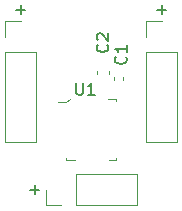
<source format=gbr>
%TF.GenerationSoftware,KiCad,Pcbnew,7.0.8*%
%TF.CreationDate,2024-09-29T17:39:07-05:00*%
%TF.ProjectId,CapacitiveLedFadeTiny,43617061-6369-4746-9976-654c65644661,rev?*%
%TF.SameCoordinates,Original*%
%TF.FileFunction,Legend,Top*%
%TF.FilePolarity,Positive*%
%FSLAX46Y46*%
G04 Gerber Fmt 4.6, Leading zero omitted, Abs format (unit mm)*
G04 Created by KiCad (PCBNEW 7.0.8) date 2024-09-29 17:39:07*
%MOMM*%
%LPD*%
G01*
G04 APERTURE LIST*
%ADD10C,0.150000*%
%ADD11C,0.100000*%
%ADD12C,0.120000*%
G04 APERTURE END LIST*
D10*
X128016095Y-95114819D02*
X128016095Y-95924342D01*
X128016095Y-95924342D02*
X128063714Y-96019580D01*
X128063714Y-96019580D02*
X128111333Y-96067200D01*
X128111333Y-96067200D02*
X128206571Y-96114819D01*
X128206571Y-96114819D02*
X128397047Y-96114819D01*
X128397047Y-96114819D02*
X128492285Y-96067200D01*
X128492285Y-96067200D02*
X128539904Y-96019580D01*
X128539904Y-96019580D02*
X128587523Y-95924342D01*
X128587523Y-95924342D02*
X128587523Y-95114819D01*
X129587523Y-96114819D02*
X129016095Y-96114819D01*
X129301809Y-96114819D02*
X129301809Y-95114819D01*
X129301809Y-95114819D02*
X129206571Y-95257676D01*
X129206571Y-95257676D02*
X129111333Y-95352914D01*
X129111333Y-95352914D02*
X129016095Y-95400533D01*
X124489866Y-104520951D02*
X124489866Y-103759047D01*
X124870819Y-104139999D02*
X124108914Y-104139999D01*
X134874048Y-88929866D02*
X135635953Y-88929866D01*
X135255000Y-89310819D02*
X135255000Y-88548914D01*
X122936048Y-88929866D02*
X123697953Y-88929866D01*
X123317000Y-89310819D02*
X123317000Y-88548914D01*
X130636580Y-91860666D02*
X130684200Y-91908285D01*
X130684200Y-91908285D02*
X130731819Y-92051142D01*
X130731819Y-92051142D02*
X130731819Y-92146380D01*
X130731819Y-92146380D02*
X130684200Y-92289237D01*
X130684200Y-92289237D02*
X130588961Y-92384475D01*
X130588961Y-92384475D02*
X130493723Y-92432094D01*
X130493723Y-92432094D02*
X130303247Y-92479713D01*
X130303247Y-92479713D02*
X130160390Y-92479713D01*
X130160390Y-92479713D02*
X129969914Y-92432094D01*
X129969914Y-92432094D02*
X129874676Y-92384475D01*
X129874676Y-92384475D02*
X129779438Y-92289237D01*
X129779438Y-92289237D02*
X129731819Y-92146380D01*
X129731819Y-92146380D02*
X129731819Y-92051142D01*
X129731819Y-92051142D02*
X129779438Y-91908285D01*
X129779438Y-91908285D02*
X129827057Y-91860666D01*
X129827057Y-91479713D02*
X129779438Y-91432094D01*
X129779438Y-91432094D02*
X129731819Y-91336856D01*
X129731819Y-91336856D02*
X129731819Y-91098761D01*
X129731819Y-91098761D02*
X129779438Y-91003523D01*
X129779438Y-91003523D02*
X129827057Y-90955904D01*
X129827057Y-90955904D02*
X129922295Y-90908285D01*
X129922295Y-90908285D02*
X130017533Y-90908285D01*
X130017533Y-90908285D02*
X130160390Y-90955904D01*
X130160390Y-90955904D02*
X130731819Y-91527332D01*
X130731819Y-91527332D02*
X130731819Y-90908285D01*
X132185580Y-92876666D02*
X132233200Y-92924285D01*
X132233200Y-92924285D02*
X132280819Y-93067142D01*
X132280819Y-93067142D02*
X132280819Y-93162380D01*
X132280819Y-93162380D02*
X132233200Y-93305237D01*
X132233200Y-93305237D02*
X132137961Y-93400475D01*
X132137961Y-93400475D02*
X132042723Y-93448094D01*
X132042723Y-93448094D02*
X131852247Y-93495713D01*
X131852247Y-93495713D02*
X131709390Y-93495713D01*
X131709390Y-93495713D02*
X131518914Y-93448094D01*
X131518914Y-93448094D02*
X131423676Y-93400475D01*
X131423676Y-93400475D02*
X131328438Y-93305237D01*
X131328438Y-93305237D02*
X131280819Y-93162380D01*
X131280819Y-93162380D02*
X131280819Y-93067142D01*
X131280819Y-93067142D02*
X131328438Y-92924285D01*
X131328438Y-92924285D02*
X131376057Y-92876666D01*
X132280819Y-91924285D02*
X132280819Y-92495713D01*
X132280819Y-92209999D02*
X131280819Y-92209999D01*
X131280819Y-92209999D02*
X131423676Y-92305237D01*
X131423676Y-92305237D02*
X131518914Y-92400475D01*
X131518914Y-92400475D02*
X131566533Y-92495713D01*
D11*
%TO.C,U1*%
X127186000Y-101460000D02*
X127186000Y-101660000D01*
X127186000Y-101660000D02*
X127886000Y-101660000D01*
X131386000Y-101460000D02*
X131386000Y-101660000D01*
X131386000Y-101660000D02*
X130786000Y-101660000D01*
X130686000Y-96460000D02*
X131386000Y-96460000D01*
X131386000Y-96460000D02*
X131386000Y-96660000D01*
X127486000Y-96440000D02*
X127186000Y-96740000D01*
X127186000Y-96740000D02*
X126486000Y-96740000D01*
D12*
%TO.C,+*%
X133156000Y-105470000D02*
X133156000Y-102810000D01*
X128016000Y-105470000D02*
X133156000Y-105470000D01*
X126746000Y-105470000D02*
X125416000Y-105470000D01*
X128016000Y-102810000D02*
X133156000Y-102810000D01*
X125416000Y-105470000D02*
X125416000Y-104140000D01*
X128016000Y-105470000D02*
X128016000Y-102810000D01*
X136585000Y-92456000D02*
X136585000Y-100136000D01*
X133925000Y-91186000D02*
X133925000Y-89856000D01*
X133925000Y-100136000D02*
X136585000Y-100136000D01*
X133925000Y-92456000D02*
X136585000Y-92456000D01*
X133925000Y-89856000D02*
X135255000Y-89856000D01*
X133925000Y-92456000D02*
X133925000Y-100136000D01*
X124647000Y-92456000D02*
X124647000Y-100136000D01*
X121987000Y-91186000D02*
X121987000Y-89856000D01*
X121987000Y-100136000D02*
X124647000Y-100136000D01*
X121987000Y-92456000D02*
X124647000Y-92456000D01*
X121987000Y-89856000D02*
X123317000Y-89856000D01*
X121987000Y-92456000D02*
X121987000Y-100136000D01*
%TO.C,C2*%
X129792000Y-94374580D02*
X129792000Y-94093420D01*
X130812000Y-94374580D02*
X130812000Y-94093420D01*
%TO.C,C1*%
X131212000Y-94849836D02*
X131212000Y-94634164D01*
X131932000Y-94849836D02*
X131932000Y-94634164D01*
%TD*%
M02*

</source>
